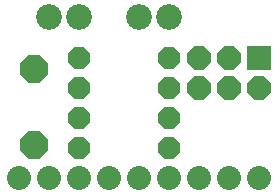
<source format=gts>
G75*
%MOIN*%
%OFA0B0*%
%FSLAX25Y25*%
%IPPOS*%
%LPD*%
%AMOC8*
5,1,8,0,0,1.08239X$1,22.5*
%
%ADD10OC8,0.07400*%
%ADD11R,0.08000X0.08000*%
%ADD12OC8,0.08000*%
%ADD13OC8,0.09200*%
%ADD14C,0.08000*%
%ADD15C,0.08600*%
D10*
X0031000Y0022667D03*
X0031000Y0032667D03*
X0031000Y0042667D03*
X0031000Y0052667D03*
X0061000Y0052667D03*
X0061000Y0042667D03*
X0061000Y0032667D03*
X0061000Y0022667D03*
D11*
X0091000Y0052667D03*
D12*
X0081000Y0052667D03*
X0071000Y0052667D03*
X0071000Y0042667D03*
X0081000Y0042667D03*
X0091000Y0042667D03*
D13*
X0016000Y0049217D03*
X0016000Y0023617D03*
D14*
X0011000Y0012667D03*
X0021000Y0012667D03*
X0031000Y0012667D03*
X0041000Y0012667D03*
X0051000Y0012667D03*
X0061000Y0012667D03*
X0071000Y0012667D03*
X0081000Y0012667D03*
X0091000Y0012667D03*
D15*
X0061000Y0066417D03*
X0051000Y0066417D03*
X0031000Y0066417D03*
X0021000Y0066417D03*
M02*

</source>
